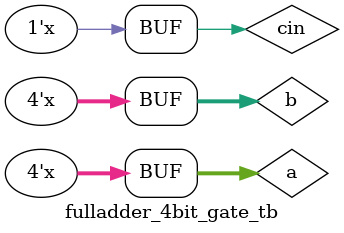
<source format=v>
module fulladder_4bit_gate(sum,cout,a,b,cin);
  input [3:0]a,b;
  input cin;
  output [3:0]sum;
  output cout;
  
  wire p,q,r;
  
  fulladder_gate f1(sum[0],p,a[0],b[0],cin);
  fulladder_gate f2(sum[1],q,a[1],b[1],p);
  fulladder_gate f3(sum[2],r,a[2],b[2],q);
  fulladder_gate f4(sum[3],cout,a[3],b[3],r);
  
endmodule

module fulladder_4bit_gate_tb;
  reg [3:0]a,b;
  reg cin;
  wire [3:0]sum;
  wire cout;
  
  fulladder_4bit_gate dut (sum,cout,a,b,cin);
  
  initial
  begin
    a=4'b0; b=4'b0; cin=1'b0;
  end
    
  always #200 a=a+1;
  always #100 b=b+1;
  always #50 cin=~cin;
  
endmodule
</source>
